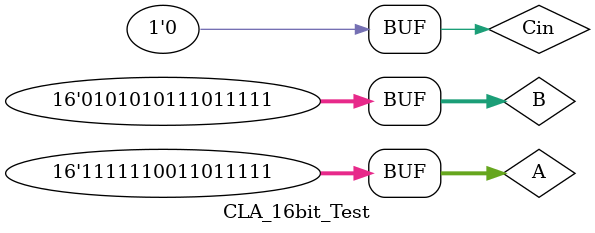
<source format=v>
`timescale 1ns / 1ps


module CLA_16bit_Test;

	// Inputs
	reg [15:0] A;
	reg [15:0] B;
	reg Cin;

	// Outputs
	wire [15:0] Z;
	wire Cout;

	// Instantiate the Unit Under Test (UUT)
	sixteen_bit_CLA uut (
		.A(A), 
		.B(B), 
		.Cin(Cin), 
		.Z(Z), 
		.Cout(Cout)
	);

	initial begin
		// Initialize Inputs
		A = 16'b0101010111011111; 	B = 16'b0101010111011111; Cin = 0;
		#60 A = 16'b1111111111111111; 	B = 16'b1111111111111111; Cin = 0;
		#60 A = 16'b0100010110110101; 	B = 16'b1010010101111111; Cin = 0;
		#60 A = 16'b1111110011011111; 	B = 16'b0101010111011111; Cin = 0;


		// Wait 100 ns for global reset to finish
		#100;
        
		// Add stimulus here

	end
      
endmodule


</source>
